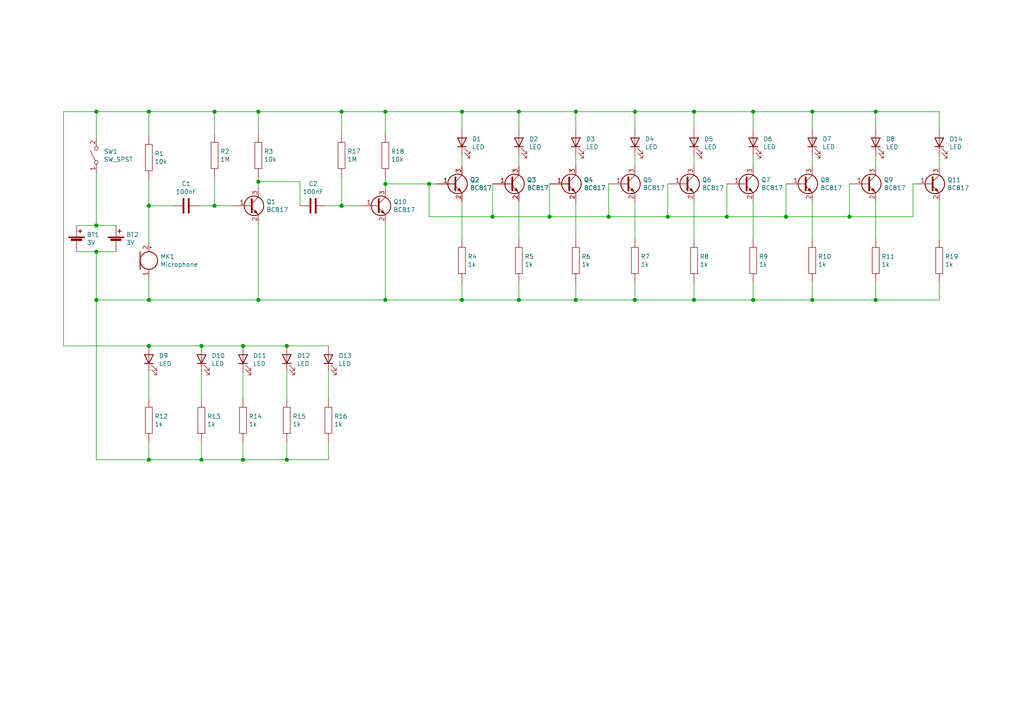
<source format=kicad_sch>
(kicad_sch (version 20201015) (generator eeschema)
  (paper "A4")
  (lib_symbols
    (symbol "Device:Battery_Cell" (pin_numbers hide) (pin_names (offset 0) hide)
      (property "Reference" "BT" (at 2.54 2.54 0))
      (property "Value" "Battery_Cell" (at 2.54 0 0))
      (symbol "Battery_Cell_0_1"
        (rectangle (start -2.286 1.778) (end 2.286 1.524) (fill (type outline)))
        (rectangle (start -1.5748 1.1938) (end 1.4732 0.6858) (fill (type outline)))
        (polyline (pts (xy 0 0.762) (xy 0 0)))
        (polyline (pts (xy 0 1.778) (xy 0 2.54)))
        (polyline (pts (xy 0.508 3.429) (xy 1.524 3.429)) (stroke (width 0.254)))
        (polyline (pts (xy 1.016 3.937) (xy 1.016 2.921)) (stroke (width 0.254)))
      )
      (symbol "Battery_Cell_1_1"
        (pin passive line (at 0 5.08 270) (length 2.54) (name "+") (number "1"))
        (pin passive line (at 0 -2.54 90) (length 2.54) (name "-") (number "2"))
      )
    )
    (symbol "Device:C" (pin_numbers hide) (pin_names (offset 0.254))
      (property "Reference" "C" (at 0.635 2.54 0))
      (property "Value" "C" (at 0.635 -2.54 0))
      (symbol "C_0_1"
        (polyline (pts (xy -2.032 -0.762) (xy 2.032 -0.762)) (stroke (width 0.508)))
        (polyline (pts (xy -2.032 0.762) (xy 2.032 0.762)) (stroke (width 0.508)))
      )
      (symbol "C_1_1"
        (pin passive line (at 0 3.81 270) (length 2.794) (name "~") (number "1"))
        (pin passive line (at 0 -3.81 90) (length 2.794) (name "~") (number "2"))
      )
    )
    (symbol "Device:LED" (pin_numbers hide) (pin_names (offset 1.016) hide)
      (property "Reference" "D" (at 0 2.54 0))
      (property "Value" "LED" (at 0 -2.54 0))
      (symbol "LED_0_1"
        (polyline (pts (xy -1.27 -1.27) (xy -1.27 1.27)) (stroke (width 0.254)))
        (polyline (pts (xy -1.27 0) (xy 1.27 0)))
        (polyline (pts (xy 1.27 -1.27) (xy 1.27 1.27) (xy -1.27 0) (xy 1.27 -1.27)) (stroke (width 0.254)))
        (polyline (pts (xy -3.048 -0.762) (xy -4.572 -2.286) (xy -3.81 -2.286) (xy -4.572 -2.286) (xy -4.572 -1.524)))
        (polyline (pts (xy -1.778 -0.762) (xy -3.302 -2.286) (xy -2.54 -2.286) (xy -3.302 -2.286) (xy -3.302 -1.524)))
      )
      (symbol "LED_1_1"
        (pin passive line (at -3.81 0 0) (length 2.54) (name "K") (number "1"))
        (pin passive line (at 3.81 0 180) (length 2.54) (name "A") (number "2"))
      )
    )
    (symbol "Device:Microphone" (pin_names (offset 0.0254) hide)
      (property "Reference" "MK" (at -3.81 1.27 0))
      (property "Value" "Microphone" (at -3.81 -0.635 0))
      (symbol "Microphone_0_1"
        (circle (center 0 0) (radius 2.54) (stroke (width 0.254)))
        (polyline (pts (xy -2.54 2.54) (xy -2.54 -2.54)) (stroke (width 0.254)))
        (polyline (pts (xy 0.254 3.81) (xy 0.762 3.81)))
        (polyline (pts (xy 0.508 4.064) (xy 0.508 3.556)))
      )
      (symbol "Microphone_1_1"
        (pin passive line (at 0 -5.08 90) (length 2.54) (name "-") (number "1"))
        (pin passive line (at 0 5.08 270) (length 2.54) (name "+") (number "2"))
      )
    )
    (symbol "Switch:SW_SPST" (pin_names (offset 0) hide)
      (property "Reference" "SW" (at 0 3.175 0))
      (property "Value" "SW_SPST" (at 0 -2.54 0))
      (symbol "SW_SPST_0_0"
        (circle (center -2.032 0) (radius 0.508))
        (circle (center 2.032 0) (radius 0.508))
        (polyline (pts (xy -1.524 0.254) (xy 1.524 1.778)))
      )
      (symbol "SW_SPST_1_1"
        (pin passive line (at -5.08 0 0) (length 2.54) (name "A") (number "1"))
        (pin passive line (at 5.08 0 180) (length 2.54) (name "B") (number "2"))
      )
    )
    (symbol "Transistor_BJT:BC817" (pin_names (offset 0) hide)
      (property "Reference" "Q" (at 5.08 1.905 0))
      (property "Value" "BC817" (at 5.08 0 0))
      (symbol "BC817_0_1"
        (circle (center 1.27 0) (radius 2.8194) (stroke (width 0.254)))
        (polyline (pts (xy 0.635 0.635) (xy 2.54 2.54)))
        (polyline (pts (xy 0.635 -0.635) (xy 2.54 -2.54) (xy 2.54 -2.54)))
        (polyline (pts (xy 0.635 1.905) (xy 0.635 -1.905) (xy 0.635 -1.905)) (stroke (width 0.508)))
        (polyline (pts (xy 1.27 -1.778) (xy 1.778 -1.27) (xy 2.286 -2.286) (xy 1.27 -1.778) (xy 1.27 -1.778)) (fill (type outline)))
      )
      (symbol "BC817_1_1"
        (pin input line (at -5.08 0 0) (length 5.715) (name "B") (number "1"))
        (pin passive line (at 2.54 -5.08 90) (length 2.54) (name "E") (number "2"))
        (pin passive line (at 2.54 5.08 270) (length 2.54) (name "C") (number "3"))
      )
    )
    (symbol "pspice:R" (pin_numbers hide) (pin_names (offset 0))
      (property "Reference" "R" (at 2.032 0 90))
      (property "Value" "R" (at 0 0 90))
      (symbol "R_0_1"
        (rectangle (start -1.016 3.81) (end 1.016 -3.81))
      )
      (symbol "R_1_1"
        (pin passive line (at 0 6.35 270) (length 2.54) (name "~") (number "1"))
        (pin passive line (at 0 -6.35 90) (length 2.54) (name "~") (number "2"))
      )
    )
  )
  (junction (at 27.94 32.385) (diameter 1.016))
  (junction (at 27.94 65.405) (diameter 1.016))
  (junction (at 27.94 73.025) (diameter 1.016))
  (junction (at 27.94 86.995) (diameter 1.016))
  (junction (at 43.18 32.385) (diameter 1.016))
  (junction (at 43.18 59.69) (diameter 1.016))
  (junction (at 43.18 86.995) (diameter 1.016))
  (junction (at 43.18 100.33) (diameter 1.016))
  (junction (at 43.18 133.35) (diameter 1.016))
  (junction (at 58.42 100.33) (diameter 1.016))
  (junction (at 58.42 133.35) (diameter 1.016))
  (junction (at 62.23 32.385) (diameter 1.016))
  (junction (at 62.23 59.69) (diameter 1.016))
  (junction (at 70.485 100.33) (diameter 1.016))
  (junction (at 70.485 133.35) (diameter 1.016))
  (junction (at 74.93 32.385) (diameter 1.016))
  (junction (at 74.93 52.705) (diameter 1.016))
  (junction (at 74.93 86.995) (diameter 1.016))
  (junction (at 83.185 100.33) (diameter 1.016))
  (junction (at 83.185 133.35) (diameter 1.016))
  (junction (at 99.06 32.385) (diameter 1.016))
  (junction (at 99.06 59.69) (diameter 1.016))
  (junction (at 111.76 32.385) (diameter 1.016))
  (junction (at 111.76 53.34) (diameter 1.016))
  (junction (at 111.76 86.995) (diameter 1.016))
  (junction (at 124.46 53.34) (diameter 1.016))
  (junction (at 133.985 32.385) (diameter 1.016))
  (junction (at 133.985 86.995) (diameter 1.016))
  (junction (at 142.875 62.865) (diameter 1.016))
  (junction (at 150.495 32.385) (diameter 1.016))
  (junction (at 150.495 86.995) (diameter 1.016))
  (junction (at 159.385 62.865) (diameter 1.016))
  (junction (at 167.005 32.385) (diameter 1.016))
  (junction (at 167.005 86.995) (diameter 1.016))
  (junction (at 176.53 62.865) (diameter 1.016))
  (junction (at 184.15 32.385) (diameter 1.016))
  (junction (at 184.15 86.995) (diameter 1.016))
  (junction (at 193.675 62.865) (diameter 1.016))
  (junction (at 201.295 32.385) (diameter 1.016))
  (junction (at 201.295 86.995) (diameter 1.016))
  (junction (at 210.82 62.865) (diameter 1.016))
  (junction (at 218.44 32.385) (diameter 1.016))
  (junction (at 218.44 86.995) (diameter 1.016))
  (junction (at 227.965 62.865) (diameter 1.016))
  (junction (at 235.585 32.385) (diameter 1.016))
  (junction (at 235.585 86.995) (diameter 1.016))
  (junction (at 246.38 62.865) (diameter 1.016))
  (junction (at 254 32.385) (diameter 1.016))
  (junction (at 254 86.995) (diameter 1.016))
  (wire (pts (xy 18.415 32.385) (xy 27.94 32.385)))
  (wire (pts (xy 18.415 100.33) (xy 18.415 32.385)))
  (wire (pts (xy 22.225 65.405) (xy 27.94 65.405)))
  (wire (pts (xy 22.225 73.025) (xy 27.94 73.025)))
  (wire (pts (xy 27.94 32.385) (xy 43.18 32.385)))
  (wire (pts (xy 27.94 40.005) (xy 27.94 32.385)))
  (wire (pts (xy 27.94 50.165) (xy 27.94 65.405)))
  (wire (pts (xy 27.94 65.405) (xy 33.655 65.405)))
  (wire (pts (xy 27.94 73.025) (xy 27.94 86.995)))
  (wire (pts (xy 27.94 73.025) (xy 33.655 73.025)))
  (wire (pts (xy 27.94 86.995) (xy 43.18 86.995)))
  (wire (pts (xy 27.94 133.35) (xy 27.94 86.995)))
  (wire (pts (xy 43.18 32.385) (xy 43.18 39.37)))
  (wire (pts (xy 43.18 32.385) (xy 62.23 32.385)))
  (wire (pts (xy 43.18 52.07) (xy 43.18 59.69)))
  (wire (pts (xy 43.18 59.69) (xy 43.18 70.485)))
  (wire (pts (xy 43.18 59.69) (xy 50.165 59.69)))
  (wire (pts (xy 43.18 80.645) (xy 43.18 86.995)))
  (wire (pts (xy 43.18 86.995) (xy 74.93 86.995)))
  (wire (pts (xy 43.18 100.33) (xy 18.415 100.33)))
  (wire (pts (xy 43.18 100.33) (xy 58.42 100.33)))
  (wire (pts (xy 43.18 107.95) (xy 43.18 115.57)))
  (wire (pts (xy 43.18 128.27) (xy 43.18 133.35)))
  (wire (pts (xy 43.18 133.35) (xy 27.94 133.35)))
  (wire (pts (xy 43.18 133.35) (xy 58.42 133.35)))
  (wire (pts (xy 57.785 59.69) (xy 62.23 59.69)))
  (wire (pts (xy 58.42 100.33) (xy 70.485 100.33)))
  (wire (pts (xy 58.42 107.95) (xy 58.42 115.57)))
  (wire (pts (xy 58.42 133.35) (xy 58.42 128.27)))
  (wire (pts (xy 58.42 133.35) (xy 70.485 133.35)))
  (wire (pts (xy 62.23 32.385) (xy 62.23 38.735)))
  (wire (pts (xy 62.23 32.385) (xy 74.93 32.385)))
  (wire (pts (xy 62.23 51.435) (xy 62.23 59.69)))
  (wire (pts (xy 62.23 59.69) (xy 67.31 59.69)))
  (wire (pts (xy 70.485 100.33) (xy 83.185 100.33)))
  (wire (pts (xy 70.485 107.95) (xy 70.485 115.57)))
  (wire (pts (xy 70.485 133.35) (xy 70.485 128.27)))
  (wire (pts (xy 70.485 133.35) (xy 83.185 133.35)))
  (wire (pts (xy 74.93 32.385) (xy 74.93 38.735)))
  (wire (pts (xy 74.93 32.385) (xy 99.06 32.385)))
  (wire (pts (xy 74.93 51.435) (xy 74.93 52.705)))
  (wire (pts (xy 74.93 52.705) (xy 74.93 54.61)))
  (wire (pts (xy 74.93 52.705) (xy 86.995 52.705)))
  (wire (pts (xy 74.93 64.77) (xy 74.93 86.995)))
  (wire (pts (xy 74.93 86.995) (xy 111.76 86.995)))
  (wire (pts (xy 83.185 100.33) (xy 95.25 100.33)))
  (wire (pts (xy 83.185 107.95) (xy 83.185 115.57)))
  (wire (pts (xy 83.185 133.35) (xy 83.185 128.27)))
  (wire (pts (xy 83.185 133.35) (xy 95.25 133.35)))
  (wire (pts (xy 86.995 52.705) (xy 86.995 59.69)))
  (wire (pts (xy 94.615 59.69) (xy 99.06 59.69)))
  (wire (pts (xy 95.25 107.95) (xy 95.25 115.57)))
  (wire (pts (xy 95.25 133.35) (xy 95.25 128.27)))
  (wire (pts (xy 99.06 32.385) (xy 99.06 38.735)))
  (wire (pts (xy 99.06 32.385) (xy 111.76 32.385)))
  (wire (pts (xy 99.06 51.435) (xy 99.06 59.69)))
  (wire (pts (xy 99.06 59.69) (xy 104.14 59.69)))
  (wire (pts (xy 111.76 32.385) (xy 111.76 38.735)))
  (wire (pts (xy 111.76 32.385) (xy 133.985 32.385)))
  (wire (pts (xy 111.76 51.435) (xy 111.76 53.34)))
  (wire (pts (xy 111.76 53.34) (xy 111.76 54.61)))
  (wire (pts (xy 111.76 53.34) (xy 124.46 53.34)))
  (wire (pts (xy 111.76 64.77) (xy 111.76 86.995)))
  (wire (pts (xy 111.76 86.995) (xy 133.985 86.995)))
  (wire (pts (xy 124.46 53.34) (xy 124.46 62.865)))
  (wire (pts (xy 124.46 53.34) (xy 126.365 53.34)))
  (wire (pts (xy 133.985 32.385) (xy 133.985 37.465)))
  (wire (pts (xy 133.985 32.385) (xy 150.495 32.385)))
  (wire (pts (xy 133.985 45.085) (xy 133.985 48.26)))
  (wire (pts (xy 133.985 58.42) (xy 133.985 69.215)))
  (wire (pts (xy 133.985 81.915) (xy 133.985 86.995)))
  (wire (pts (xy 133.985 86.995) (xy 150.495 86.995)))
  (wire (pts (xy 142.875 53.34) (xy 142.875 62.865)))
  (wire (pts (xy 142.875 62.865) (xy 124.46 62.865)))
  (wire (pts (xy 142.875 62.865) (xy 159.385 62.865)))
  (wire (pts (xy 150.495 32.385) (xy 150.495 37.465)))
  (wire (pts (xy 150.495 32.385) (xy 167.005 32.385)))
  (wire (pts (xy 150.495 45.085) (xy 150.495 48.26)))
  (wire (pts (xy 150.495 58.42) (xy 150.495 69.215)))
  (wire (pts (xy 150.495 81.915) (xy 150.495 86.995)))
  (wire (pts (xy 150.495 86.995) (xy 167.005 86.995)))
  (wire (pts (xy 159.385 53.34) (xy 159.385 62.865)))
  (wire (pts (xy 159.385 62.865) (xy 176.53 62.865)))
  (wire (pts (xy 167.005 32.385) (xy 167.005 37.465)))
  (wire (pts (xy 167.005 32.385) (xy 184.15 32.385)))
  (wire (pts (xy 167.005 45.085) (xy 167.005 48.26)))
  (wire (pts (xy 167.005 58.42) (xy 167.005 69.215)))
  (wire (pts (xy 167.005 81.915) (xy 167.005 86.995)))
  (wire (pts (xy 167.005 86.995) (xy 184.15 86.995)))
  (wire (pts (xy 176.53 53.34) (xy 176.53 62.865)))
  (wire (pts (xy 176.53 62.865) (xy 193.675 62.865)))
  (wire (pts (xy 184.15 32.385) (xy 184.15 37.465)))
  (wire (pts (xy 184.15 32.385) (xy 201.295 32.385)))
  (wire (pts (xy 184.15 45.085) (xy 184.15 48.26)))
  (wire (pts (xy 184.15 58.42) (xy 184.15 69.215)))
  (wire (pts (xy 184.15 81.915) (xy 184.15 86.995)))
  (wire (pts (xy 184.15 86.995) (xy 201.295 86.995)))
  (wire (pts (xy 193.675 53.34) (xy 193.675 62.865)))
  (wire (pts (xy 193.675 62.865) (xy 210.82 62.865)))
  (wire (pts (xy 201.295 32.385) (xy 201.295 37.465)))
  (wire (pts (xy 201.295 32.385) (xy 218.44 32.385)))
  (wire (pts (xy 201.295 45.085) (xy 201.295 48.26)))
  (wire (pts (xy 201.295 58.42) (xy 201.295 69.215)))
  (wire (pts (xy 201.295 81.915) (xy 201.295 86.995)))
  (wire (pts (xy 201.295 86.995) (xy 218.44 86.995)))
  (wire (pts (xy 210.82 53.34) (xy 210.82 62.865)))
  (wire (pts (xy 210.82 62.865) (xy 227.965 62.865)))
  (wire (pts (xy 218.44 32.385) (xy 218.44 37.465)))
  (wire (pts (xy 218.44 32.385) (xy 235.585 32.385)))
  (wire (pts (xy 218.44 45.085) (xy 218.44 48.26)))
  (wire (pts (xy 218.44 58.42) (xy 218.44 69.215)))
  (wire (pts (xy 218.44 81.915) (xy 218.44 86.995)))
  (wire (pts (xy 218.44 86.995) (xy 235.585 86.995)))
  (wire (pts (xy 227.965 53.34) (xy 227.965 62.865)))
  (wire (pts (xy 227.965 62.865) (xy 246.38 62.865)))
  (wire (pts (xy 235.585 32.385) (xy 235.585 37.465)))
  (wire (pts (xy 235.585 32.385) (xy 254 32.385)))
  (wire (pts (xy 235.585 45.085) (xy 235.585 48.26)))
  (wire (pts (xy 235.585 58.42) (xy 235.585 69.215)))
  (wire (pts (xy 235.585 81.915) (xy 235.585 86.995)))
  (wire (pts (xy 235.585 86.995) (xy 254 86.995)))
  (wire (pts (xy 246.38 53.34) (xy 246.38 62.865)))
  (wire (pts (xy 246.38 62.865) (xy 264.795 62.865)))
  (wire (pts (xy 254 32.385) (xy 254 37.465)))
  (wire (pts (xy 254 32.385) (xy 272.415 32.385)))
  (wire (pts (xy 254 45.085) (xy 254 48.26)))
  (wire (pts (xy 254 58.42) (xy 254 69.215)))
  (wire (pts (xy 254 81.915) (xy 254 86.995)))
  (wire (pts (xy 254 86.995) (xy 272.415 86.995)))
  (wire (pts (xy 264.795 53.34) (xy 264.795 62.865)))
  (wire (pts (xy 272.415 32.385) (xy 272.415 37.465)))
  (wire (pts (xy 272.415 45.085) (xy 272.415 48.26)))
  (wire (pts (xy 272.415 58.42) (xy 272.415 69.215)))
  (wire (pts (xy 272.415 81.915) (xy 272.415 86.995)))
  (symbol (lib_id "pspice:R") (at 43.18 45.72 0) (unit 1)
    (property "Reference" "R1" (at 44.8311 44.5706 0) (effects (justify left)))
    (property "Value" "10k" (at 44.8311 46.8693 0) (effects (justify left)))
    (property "Footprint" "Resistor_SMD:R_1210_3225Metric_Pad1.30x2.65mm_HandSolder" (effects hide))
  )
  (symbol (lib_id "pspice:R") (at 43.18 121.92 0) (unit 1)
    (property "Reference" "R12" (at 44.831 120.771 0) (effects (justify left)))
    (property "Value" "1k" (at 44.8311 123.0693 0) (effects (justify left)))
    (property "Footprint" "Resistor_SMD:R_1210_3225Metric_Pad1.30x2.65mm_HandSolder" (effects hide))
  )
  (symbol (lib_id "pspice:R") (at 58.42 121.92 0) (unit 1)
    (property "Reference" "R13" (at 60.071 120.771 0) (effects (justify left)))
    (property "Value" "1k" (at 60.0711 123.0693 0) (effects (justify left)))
    (property "Footprint" "Resistor_SMD:R_1210_3225Metric_Pad1.30x2.65mm_HandSolder" (effects hide))
  )
  (symbol (lib_id "pspice:R") (at 62.23 45.085 0) (unit 1)
    (property "Reference" "R2" (at 63.8811 43.9356 0) (effects (justify left)))
    (property "Value" "1M" (at 63.8811 46.2343 0) (effects (justify left)))
    (property "Footprint" "Resistor_SMD:R_1210_3225Metric_Pad1.30x2.65mm_HandSolder" (effects hide))
  )
  (symbol (lib_id "pspice:R") (at 70.485 121.92 0) (unit 1)
    (property "Reference" "R14" (at 72.136 120.771 0) (effects (justify left)))
    (property "Value" "1k" (at 72.1361 123.0693 0) (effects (justify left)))
    (property "Footprint" "Resistor_SMD:R_1210_3225Metric_Pad1.30x2.65mm_HandSolder" (effects hide))
  )
  (symbol (lib_id "pspice:R") (at 74.93 45.085 0) (unit 1)
    (property "Reference" "R3" (at 76.5811 43.9356 0) (effects (justify left)))
    (property "Value" "10k" (at 76.5811 46.2343 0) (effects (justify left)))
    (property "Footprint" "Resistor_SMD:R_1210_3225Metric_Pad1.30x2.65mm_HandSolder" (effects hide))
  )
  (symbol (lib_id "pspice:R") (at 83.185 121.92 0) (unit 1)
    (property "Reference" "R15" (at 84.836 120.771 0) (effects (justify left)))
    (property "Value" "1k" (at 84.8361 123.0693 0) (effects (justify left)))
    (property "Footprint" "Resistor_SMD:R_1210_3225Metric_Pad1.30x2.65mm_HandSolder" (effects hide))
  )
  (symbol (lib_id "pspice:R") (at 95.25 121.92 0) (unit 1)
    (property "Reference" "R16" (at 96.901 120.771 0) (effects (justify left)))
    (property "Value" "1k" (at 96.9011 123.0693 0) (effects (justify left)))
    (property "Footprint" "Resistor_SMD:R_1210_3225Metric_Pad1.30x2.65mm_HandSolder" (effects hide))
  )
  (symbol (lib_id "pspice:R") (at 99.06 45.085 0) (unit 1)
    (property "Reference" "R17" (at 100.7111 43.9356 0) (effects (justify left)))
    (property "Value" "1M" (at 100.7111 46.2343 0) (effects (justify left)))
    (property "Footprint" "Resistor_SMD:R_1210_3225Metric_Pad1.30x2.65mm_HandSolder" (effects hide))
  )
  (symbol (lib_id "pspice:R") (at 111.76 45.085 0) (unit 1)
    (property "Reference" "R18" (at 113.4111 43.9356 0) (effects (justify left)))
    (property "Value" "10k" (at 113.4111 46.2343 0) (effects (justify left)))
    (property "Footprint" "Resistor_SMD:R_1210_3225Metric_Pad1.30x2.65mm_HandSolder" (effects hide))
  )
  (symbol (lib_id "pspice:R") (at 133.985 75.565 0) (unit 1)
    (property "Reference" "R4" (at 135.6361 74.4156 0) (effects (justify left)))
    (property "Value" "1k" (at 135.6361 76.7143 0) (effects (justify left)))
    (property "Footprint" "Resistor_SMD:R_1210_3225Metric_Pad1.30x2.65mm_HandSolder" (effects hide))
  )
  (symbol (lib_id "pspice:R") (at 150.495 75.565 0) (unit 1)
    (property "Reference" "R5" (at 152.1461 74.4156 0) (effects (justify left)))
    (property "Value" "1k" (at 152.1461 76.7143 0) (effects (justify left)))
    (property "Footprint" "Resistor_SMD:R_1210_3225Metric_Pad1.30x2.65mm_HandSolder" (effects hide))
  )
  (symbol (lib_id "pspice:R") (at 167.005 75.565 0) (unit 1)
    (property "Reference" "R6" (at 168.656 74.416 0) (effects (justify left)))
    (property "Value" "1k" (at 168.6561 76.7143 0) (effects (justify left)))
    (property "Footprint" "Resistor_SMD:R_1210_3225Metric_Pad1.30x2.65mm_HandSolder" (effects hide))
  )
  (symbol (lib_id "pspice:R") (at 184.15 75.565 0) (unit 1)
    (property "Reference" "R7" (at 185.801 74.416 0) (effects (justify left)))
    (property "Value" "1k" (at 185.8011 76.7143 0) (effects (justify left)))
    (property "Footprint" "Resistor_SMD:R_1210_3225Metric_Pad1.30x2.65mm_HandSolder" (effects hide))
  )
  (symbol (lib_id "pspice:R") (at 201.295 75.565 0) (unit 1)
    (property "Reference" "R8" (at 202.946 74.416 0) (effects (justify left)))
    (property "Value" "1k" (at 202.9461 76.7143 0) (effects (justify left)))
    (property "Footprint" "Resistor_SMD:R_1210_3225Metric_Pad1.30x2.65mm_HandSolder" (effects hide))
  )
  (symbol (lib_id "pspice:R") (at 218.44 75.565 0) (unit 1)
    (property "Reference" "R9" (at 220.091 74.416 0) (effects (justify left)))
    (property "Value" "1k" (at 220.0911 76.7143 0) (effects (justify left)))
    (property "Footprint" "Resistor_SMD:R_1210_3225Metric_Pad1.30x2.65mm_HandSolder" (effects hide))
  )
  (symbol (lib_id "pspice:R") (at 235.585 75.565 0) (unit 1)
    (property "Reference" "R10" (at 237.236 74.416 0) (effects (justify left)))
    (property "Value" "1k" (at 237.2361 76.7143 0) (effects (justify left)))
    (property "Footprint" "Resistor_SMD:R_1210_3225Metric_Pad1.30x2.65mm_HandSolder" (effects hide))
  )
  (symbol (lib_id "pspice:R") (at 254 75.565 0) (unit 1)
    (property "Reference" "R11" (at 255.651 74.416 0) (effects (justify left)))
    (property "Value" "1k" (at 255.6511 76.7143 0) (effects (justify left)))
    (property "Footprint" "Resistor_SMD:R_1210_3225Metric_Pad1.30x2.65mm_HandSolder" (effects hide))
  )
  (symbol (lib_id "pspice:R") (at 272.415 75.565 0) (unit 1)
    (property "Reference" "R19" (at 274.066 74.416 0) (effects (justify left)))
    (property "Value" "1k" (at 274.0661 76.7143 0) (effects (justify left)))
    (property "Footprint" "Resistor_SMD:R_1210_3225Metric_Pad1.30x2.65mm_HandSolder" (effects hide))
  )
  (symbol (lib_id "Device:LED") (at 43.18 104.14 90) (unit 1)
    (property "Reference" "D9" (at 46.101 103.181 90) (effects (justify right)))
    (property "Value" "LED" (at 46.1011 105.4798 90) (effects (justify right)))
    (property "Footprint" "LED_SMD:LED_1206_3216Metric_ReverseMount_Hole1.8x2.4mm" (effects hide))
  )
  (symbol (lib_id "Device:LED") (at 58.42 104.14 90) (unit 1)
    (property "Reference" "D10" (at 61.341 103.181 90) (effects (justify right)))
    (property "Value" "LED" (at 61.3411 105.4798 90) (effects (justify right)))
    (property "Footprint" "LED_SMD:LED_1206_3216Metric_ReverseMount_Hole1.8x2.4mm" (effects hide))
  )
  (symbol (lib_id "Device:LED") (at 70.485 104.14 90) (unit 1)
    (property "Reference" "D11" (at 73.406 103.181 90) (effects (justify right)))
    (property "Value" "LED" (at 73.4061 105.4798 90) (effects (justify right)))
    (property "Footprint" "LED_SMD:LED_1206_3216Metric_ReverseMount_Hole1.8x2.4mm" (effects hide))
  )
  (symbol (lib_id "Device:LED") (at 83.185 104.14 90) (unit 1)
    (property "Reference" "D12" (at 86.106 103.181 90) (effects (justify right)))
    (property "Value" "LED" (at 86.1061 105.4798 90) (effects (justify right)))
    (property "Footprint" "LED_SMD:LED_1206_3216Metric_ReverseMount_Hole1.8x2.4mm" (effects hide))
  )
  (symbol (lib_id "Device:LED") (at 95.25 104.14 90) (unit 1)
    (property "Reference" "D13" (at 98.171 103.181 90) (effects (justify right)))
    (property "Value" "LED" (at 98.1711 105.4798 90) (effects (justify right)))
    (property "Footprint" "LED_SMD:LED_1206_3216Metric_ReverseMount_Hole1.8x2.4mm" (effects hide))
  )
  (symbol (lib_id "Device:LED") (at 133.985 41.275 90) (unit 1)
    (property "Reference" "D1" (at 136.9061 40.3161 90) (effects (justify right)))
    (property "Value" "LED" (at 136.9061 42.6148 90) (effects (justify right)))
    (property "Footprint" "LED_SMD:LED_1206_3216Metric_ReverseMount_Hole1.8x2.4mm" (effects hide))
  )
  (symbol (lib_id "Device:LED") (at 150.495 41.275 90) (unit 1)
    (property "Reference" "D2" (at 153.4161 40.3161 90) (effects (justify right)))
    (property "Value" "LED" (at 153.4161 42.6148 90) (effects (justify right)))
    (property "Footprint" "LED_SMD:LED_1206_3216Metric_ReverseMount_Hole1.8x2.4mm" (effects hide))
  )
  (symbol (lib_id "Device:LED") (at 167.005 41.275 90) (unit 1)
    (property "Reference" "D3" (at 169.926 40.316 90) (effects (justify right)))
    (property "Value" "LED" (at 169.9261 42.6148 90) (effects (justify right)))
    (property "Footprint" "LED_SMD:LED_1206_3216Metric_ReverseMount_Hole1.8x2.4mm" (effects hide))
  )
  (symbol (lib_id "Device:LED") (at 184.15 41.275 90) (unit 1)
    (property "Reference" "D4" (at 187.071 40.316 90) (effects (justify right)))
    (property "Value" "LED" (at 187.0711 42.6148 90) (effects (justify right)))
    (property "Footprint" "LED_SMD:LED_1206_3216Metric_ReverseMount_Hole1.8x2.4mm" (effects hide))
  )
  (symbol (lib_id "Device:LED") (at 201.295 41.275 90) (unit 1)
    (property "Reference" "D5" (at 204.216 40.316 90) (effects (justify right)))
    (property "Value" "LED" (at 204.2161 42.6148 90) (effects (justify right)))
    (property "Footprint" "LED_SMD:LED_1206_3216Metric_ReverseMount_Hole1.8x2.4mm" (effects hide))
  )
  (symbol (lib_id "Device:LED") (at 218.44 41.275 90) (unit 1)
    (property "Reference" "D6" (at 221.361 40.316 90) (effects (justify right)))
    (property "Value" "LED" (at 221.3611 42.6148 90) (effects (justify right)))
    (property "Footprint" "LED_SMD:LED_1206_3216Metric_ReverseMount_Hole1.8x2.4mm" (effects hide))
  )
  (symbol (lib_id "Device:LED") (at 235.585 41.275 90) (unit 1)
    (property "Reference" "D7" (at 238.506 40.316 90) (effects (justify right)))
    (property "Value" "LED" (at 238.5061 42.6148 90) (effects (justify right)))
    (property "Footprint" "LED_SMD:LED_1206_3216Metric_ReverseMount_Hole1.8x2.4mm" (effects hide))
  )
  (symbol (lib_id "Device:LED") (at 254 41.275 90) (unit 1)
    (property "Reference" "D8" (at 256.921 40.316 90) (effects (justify right)))
    (property "Value" "LED" (at 256.9211 42.6148 90) (effects (justify right)))
    (property "Footprint" "LED_SMD:LED_1206_3216Metric_ReverseMount_Hole1.8x2.4mm" (effects hide))
  )
  (symbol (lib_id "Device:LED") (at 272.415 41.275 90) (unit 1)
    (property "Reference" "D14" (at 275.336 40.316 90) (effects (justify right)))
    (property "Value" "LED" (at 275.3361 42.6148 90) (effects (justify right)))
    (property "Footprint" "LED_SMD:LED_1206_3216Metric_ReverseMount_Hole1.8x2.4mm" (effects hide))
  )
  (symbol (lib_id "Switch:SW_SPST") (at 27.94 45.085 90) (unit 1)
    (property "Reference" "SW1" (at 30.0737 43.9356 90) (effects (justify right)))
    (property "Value" "SW_SPST" (at 30.0737 46.2343 90) (effects (justify right)))
    (property "Footprint" "Button_Switch_SMD:SW_SPDT_PCM12" (effects hide))
  )
  (symbol (lib_id "Device:Battery_Cell") (at 22.225 70.485 0) (unit 1)
    (property "Reference" "BT1" (at 25.1461 68.0656 0) (effects (justify left)))
    (property "Value" "3V" (at 25.1464 70.3642 0) (effects (justify left)))
    (property "Footprint" "Battery:BatteryHolder_Keystone_3008_1x2450" (effects hide))
  )
  (symbol (lib_id "Device:Battery_Cell") (at 33.655 70.485 0) (unit 1)
    (property "Reference" "BT2" (at 36.5761 68.0656 0) (effects (justify left)))
    (property "Value" "3V" (at 36.5764 70.3642 0) (effects (justify left)))
    (property "Footprint" "Battery:BatteryHolder_Keystone_3008_1x2450" (effects hide))
  )
  (symbol (lib_id "Device:C") (at 53.975 59.69 90) (unit 1)
    (property "Reference" "C1" (at 53.975 53.3208 90))
    (property "Value" "100nF" (at 53.975 55.6195 90))
    (property "Footprint" "Capacitor_SMD:C_1210_3225Metric_Pad1.33x2.70mm_HandSolder" (effects hide))
  )
  (symbol (lib_id "Device:C") (at 90.805 59.69 90) (unit 1)
    (property "Reference" "C2" (at 90.805 53.3208 90))
    (property "Value" "100nF" (at 90.805 55.6195 90))
    (property "Footprint" "Capacitor_SMD:C_1210_3225Metric_Pad1.33x2.70mm_HandSolder" (effects hide))
  )
  (symbol (lib_id "Device:Microphone") (at 43.18 75.565 0) (unit 1)
    (property "Reference" "MK1" (at 46.4821 74.4156 0) (effects (justify left)))
    (property "Value" "Microphone" (at 46.4821 76.7143 0) (effects (justify left)))
    (property "Footprint" "Sarah:Microphone" (effects hide))
  )
  (symbol (lib_id "Transistor_BJT:BC817") (at 72.39 59.69 0) (unit 1)
    (property "Reference" "Q1" (at 77.241 58.541 0) (effects (justify left)))
    (property "Value" "BC817" (at 77.2415 60.8393 0) (effects (justify left)))
    (property "Footprint" "Package_TO_SOT_SMD:SOT-23" (effects hide))
    (property "Datasheet" "https://www.onsemi.com/pub/Collateral/BC818-D.pdf" (effects hide))
  )
  (symbol (lib_id "Transistor_BJT:BC817") (at 109.22 59.69 0) (unit 1)
    (property "Reference" "Q10" (at 114.071 58.541 0) (effects (justify left)))
    (property "Value" "BC817" (at 114.0715 60.8393 0) (effects (justify left)))
    (property "Footprint" "Package_TO_SOT_SMD:SOT-23" (effects hide))
    (property "Datasheet" "https://www.onsemi.com/pub/Collateral/BC818-D.pdf" (effects hide))
  )
  (symbol (lib_id "Transistor_BJT:BC817") (at 131.445 53.34 0) (unit 1)
    (property "Reference" "Q2" (at 136.297 52.191 0) (effects (justify left)))
    (property "Value" "BC817" (at 136.2965 54.4893 0) (effects (justify left)))
    (property "Footprint" "Package_TO_SOT_SMD:SOT-23" (effects hide))
    (property "Datasheet" "https://www.onsemi.com/pub/Collateral/BC818-D.pdf" (effects hide))
  )
  (symbol (lib_id "Transistor_BJT:BC817") (at 147.955 53.34 0) (unit 1)
    (property "Reference" "Q3" (at 152.806 52.191 0) (effects (justify left)))
    (property "Value" "BC817" (at 152.8065 54.4893 0) (effects (justify left)))
    (property "Footprint" "Package_TO_SOT_SMD:SOT-23" (effects hide))
    (property "Datasheet" "https://www.onsemi.com/pub/Collateral/BC818-D.pdf" (effects hide))
  )
  (symbol (lib_id "Transistor_BJT:BC817") (at 164.465 53.34 0) (unit 1)
    (property "Reference" "Q4" (at 169.316 52.191 0) (effects (justify left)))
    (property "Value" "BC817" (at 169.3165 54.4893 0) (effects (justify left)))
    (property "Footprint" "Package_TO_SOT_SMD:SOT-23" (effects hide))
    (property "Datasheet" "https://www.onsemi.com/pub/Collateral/BC818-D.pdf" (effects hide))
  )
  (symbol (lib_id "Transistor_BJT:BC817") (at 181.61 53.34 0) (unit 1)
    (property "Reference" "Q5" (at 186.461 52.191 0) (effects (justify left)))
    (property "Value" "BC817" (at 186.4615 54.4893 0) (effects (justify left)))
    (property "Footprint" "Package_TO_SOT_SMD:SOT-23" (effects hide))
    (property "Datasheet" "https://www.onsemi.com/pub/Collateral/BC818-D.pdf" (effects hide))
  )
  (symbol (lib_id "Transistor_BJT:BC817") (at 198.755 53.34 0) (unit 1)
    (property "Reference" "Q6" (at 203.607 52.191 0) (effects (justify left)))
    (property "Value" "BC817" (at 203.6065 54.4893 0) (effects (justify left)))
    (property "Footprint" "Package_TO_SOT_SMD:SOT-23" (effects hide))
    (property "Datasheet" "https://www.onsemi.com/pub/Collateral/BC818-D.pdf" (effects hide))
  )
  (symbol (lib_id "Transistor_BJT:BC817") (at 215.9 53.34 0) (unit 1)
    (property "Reference" "Q7" (at 220.751 52.191 0) (effects (justify left)))
    (property "Value" "BC817" (at 220.7515 54.4893 0) (effects (justify left)))
    (property "Footprint" "Package_TO_SOT_SMD:SOT-23" (effects hide))
    (property "Datasheet" "https://www.onsemi.com/pub/Collateral/BC818-D.pdf" (effects hide))
  )
  (symbol (lib_id "Transistor_BJT:BC817") (at 233.045 53.34 0) (unit 1)
    (property "Reference" "Q8" (at 237.896 52.191 0) (effects (justify left)))
    (property "Value" "BC817" (at 237.8965 54.4893 0) (effects (justify left)))
    (property "Footprint" "Package_TO_SOT_SMD:SOT-23" (effects hide))
    (property "Datasheet" "https://www.onsemi.com/pub/Collateral/BC818-D.pdf" (effects hide))
  )
  (symbol (lib_id "Transistor_BJT:BC817") (at 251.46 53.34 0) (unit 1)
    (property "Reference" "Q9" (at 256.311 52.191 0) (effects (justify left)))
    (property "Value" "BC817" (at 256.3115 54.4893 0) (effects (justify left)))
    (property "Footprint" "Package_TO_SOT_SMD:SOT-23" (effects hide))
    (property "Datasheet" "https://www.onsemi.com/pub/Collateral/BC818-D.pdf" (effects hide))
  )
  (symbol (lib_id "Transistor_BJT:BC817") (at 269.875 53.34 0) (unit 1)
    (property "Reference" "Q11" (at 274.726 52.191 0) (effects (justify left)))
    (property "Value" "BC817" (at 274.7265 54.4893 0) (effects (justify left)))
    (property "Footprint" "Package_TO_SOT_SMD:SOT-23" (effects hide))
    (property "Datasheet" "https://www.onsemi.com/pub/Collateral/BC818-D.pdf" (effects hide))
  )
)
</source>
